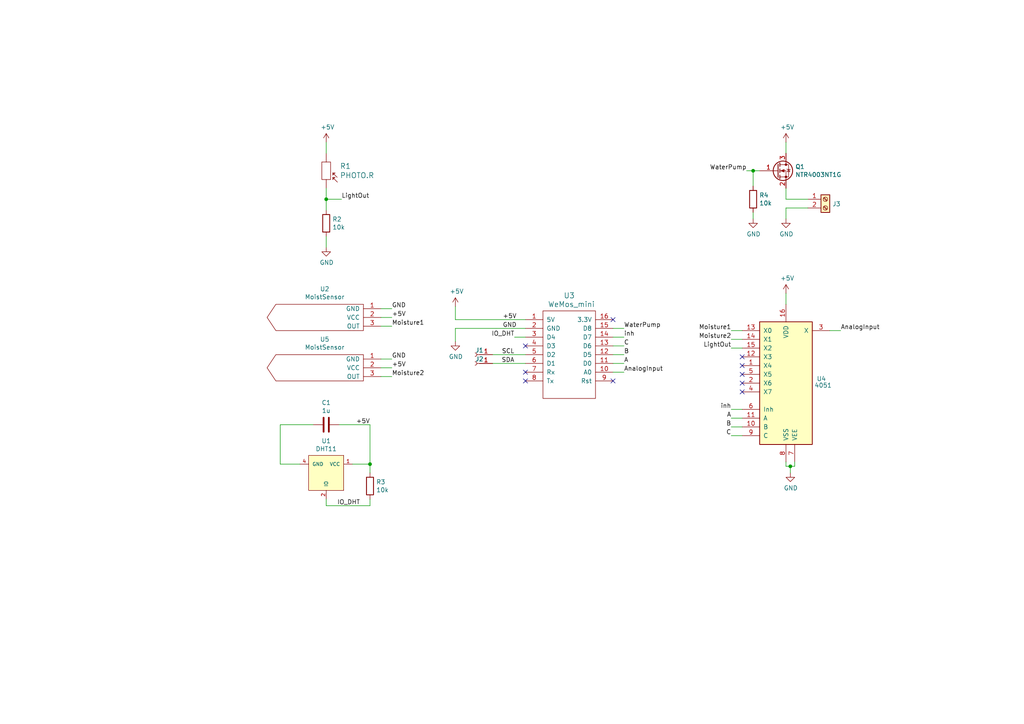
<source format=kicad_sch>
(kicad_sch (version 20211123) (generator eeschema)

  (uuid 56246290-ad54-40f4-9e0a-a930de60fcf9)

  (paper "A4")

  (title_block
    (title "Garden Wemos")
    (date "2019-05-19")
    (rev "1.0")
    (company "ThePurpleCompagny")
  )

  (lib_symbols
    (symbol "gardenWemos-rescue:+5V-power" (power) (pin_names (offset 0)) (in_bom yes) (on_board yes)
      (property "Reference" "#PWR" (id 0) (at 0 -3.81 0)
        (effects (font (size 1.27 1.27)) hide)
      )
      (property "Value" "+5V-power" (id 1) (at 0 3.556 0)
        (effects (font (size 1.27 1.27)))
      )
      (property "Footprint" "" (id 2) (at 0 0 0)
        (effects (font (size 1.27 1.27)) hide)
      )
      (property "Datasheet" "" (id 3) (at 0 0 0)
        (effects (font (size 1.27 1.27)) hide)
      )
      (symbol "+5V-power_0_1"
        (polyline
          (pts
            (xy -0.762 1.27)
            (xy 0 2.54)
          )
          (stroke (width 0) (type default) (color 0 0 0 0))
          (fill (type none))
        )
        (polyline
          (pts
            (xy 0 0)
            (xy 0 2.54)
          )
          (stroke (width 0) (type default) (color 0 0 0 0))
          (fill (type none))
        )
        (polyline
          (pts
            (xy 0 2.54)
            (xy 0.762 1.27)
          )
          (stroke (width 0) (type default) (color 0 0 0 0))
          (fill (type none))
        )
      )
      (symbol "+5V-power_1_1"
        (pin power_in line (at 0 0 90) (length 0) hide
          (name "+5V" (effects (font (size 1.27 1.27))))
          (number "1" (effects (font (size 1.27 1.27))))
        )
      )
    )
    (symbol "gardenWemos-rescue:4051-4xxx" (pin_names (offset 1.016)) (in_bom yes) (on_board yes)
      (property "Reference" "U" (id 0) (at -7.62 19.05 0)
        (effects (font (size 1.27 1.27)))
      )
      (property "Value" "4051-4xxx" (id 1) (at -7.62 -19.05 0)
        (effects (font (size 1.27 1.27)))
      )
      (property "Footprint" "" (id 2) (at 0 0 0)
        (effects (font (size 1.27 1.27)) hide)
      )
      (property "Datasheet" "" (id 3) (at 0 0 0)
        (effects (font (size 1.27 1.27)) hide)
      )
      (property "ki_locked" "" (id 4) (at 0 0 0)
        (effects (font (size 1.27 1.27)))
      )
      (property "ki_fp_filters" "DIP?16*" (id 5) (at 0 0 0)
        (effects (font (size 1.27 1.27)) hide)
      )
      (symbol "4051-4xxx_1_0"
        (pin passive line (at -12.7 5.08 0) (length 5.08)
          (name "X4" (effects (font (size 1.27 1.27))))
          (number "1" (effects (font (size 1.27 1.27))))
        )
        (pin input line (at -12.7 -12.7 0) (length 5.08)
          (name "B" (effects (font (size 1.27 1.27))))
          (number "10" (effects (font (size 1.27 1.27))))
        )
        (pin input line (at -12.7 -10.16 0) (length 5.08)
          (name "A" (effects (font (size 1.27 1.27))))
          (number "11" (effects (font (size 1.27 1.27))))
        )
        (pin passive line (at -12.7 7.62 0) (length 5.08)
          (name "X3" (effects (font (size 1.27 1.27))))
          (number "12" (effects (font (size 1.27 1.27))))
        )
        (pin passive line (at -12.7 15.24 0) (length 5.08)
          (name "X0" (effects (font (size 1.27 1.27))))
          (number "13" (effects (font (size 1.27 1.27))))
        )
        (pin passive line (at -12.7 12.7 0) (length 5.08)
          (name "X1" (effects (font (size 1.27 1.27))))
          (number "14" (effects (font (size 1.27 1.27))))
        )
        (pin passive line (at -12.7 10.16 0) (length 5.08)
          (name "X2" (effects (font (size 1.27 1.27))))
          (number "15" (effects (font (size 1.27 1.27))))
        )
        (pin power_in line (at 0 22.86 270) (length 5.08)
          (name "VDD" (effects (font (size 1.27 1.27))))
          (number "16" (effects (font (size 1.27 1.27))))
        )
        (pin passive line (at -12.7 0 0) (length 5.08)
          (name "X6" (effects (font (size 1.27 1.27))))
          (number "2" (effects (font (size 1.27 1.27))))
        )
        (pin passive line (at 12.7 15.24 180) (length 5.08)
          (name "X" (effects (font (size 1.27 1.27))))
          (number "3" (effects (font (size 1.27 1.27))))
        )
        (pin passive line (at -12.7 -2.54 0) (length 5.08)
          (name "X7" (effects (font (size 1.27 1.27))))
          (number "4" (effects (font (size 1.27 1.27))))
        )
        (pin passive line (at -12.7 2.54 0) (length 5.08)
          (name "X5" (effects (font (size 1.27 1.27))))
          (number "5" (effects (font (size 1.27 1.27))))
        )
        (pin input line (at -12.7 -7.62 0) (length 5.08)
          (name "Inh" (effects (font (size 1.27 1.27))))
          (number "6" (effects (font (size 1.27 1.27))))
        )
        (pin power_in line (at 2.54 -22.86 90) (length 5.08)
          (name "VEE" (effects (font (size 1.27 1.27))))
          (number "7" (effects (font (size 1.27 1.27))))
        )
        (pin power_in line (at 0 -22.86 90) (length 5.08)
          (name "VSS" (effects (font (size 1.27 1.27))))
          (number "8" (effects (font (size 1.27 1.27))))
        )
        (pin input line (at -12.7 -15.24 0) (length 5.08)
          (name "C" (effects (font (size 1.27 1.27))))
          (number "9" (effects (font (size 1.27 1.27))))
        )
      )
      (symbol "4051-4xxx_1_1"
        (rectangle (start -7.62 17.78) (end 7.62 -17.78)
          (stroke (width 0.254) (type default) (color 0 0 0 0))
          (fill (type background))
        )
      )
    )
    (symbol "gardenWemos-rescue:C-device" (pin_numbers hide) (pin_names (offset 0.254)) (in_bom yes) (on_board yes)
      (property "Reference" "C" (id 0) (at 0.635 2.54 0)
        (effects (font (size 1.27 1.27)) (justify left))
      )
      (property "Value" "C-device" (id 1) (at 0.635 -2.54 0)
        (effects (font (size 1.27 1.27)) (justify left))
      )
      (property "Footprint" "" (id 2) (at 0.9652 -3.81 0)
        (effects (font (size 1.27 1.27)) hide)
      )
      (property "Datasheet" "" (id 3) (at 0 0 0)
        (effects (font (size 1.27 1.27)) hide)
      )
      (property "ki_fp_filters" "C_*" (id 4) (at 0 0 0)
        (effects (font (size 1.27 1.27)) hide)
      )
      (symbol "C-device_0_1"
        (polyline
          (pts
            (xy -2.032 -0.762)
            (xy 2.032 -0.762)
          )
          (stroke (width 0.508) (type default) (color 0 0 0 0))
          (fill (type none))
        )
        (polyline
          (pts
            (xy -2.032 0.762)
            (xy 2.032 0.762)
          )
          (stroke (width 0.508) (type default) (color 0 0 0 0))
          (fill (type none))
        )
      )
      (symbol "C-device_1_1"
        (pin passive line (at 0 3.81 270) (length 2.794)
          (name "~" (effects (font (size 1.27 1.27))))
          (number "1" (effects (font (size 1.27 1.27))))
        )
        (pin passive line (at 0 -3.81 90) (length 2.794)
          (name "~" (effects (font (size 1.27 1.27))))
          (number "2" (effects (font (size 1.27 1.27))))
        )
      )
    )
    (symbol "gardenWemos-rescue:Conn_01x01_Female-Connector" (pin_names (offset 1.016) hide) (in_bom yes) (on_board yes)
      (property "Reference" "J" (id 0) (at 0 2.54 0)
        (effects (font (size 1.27 1.27)))
      )
      (property "Value" "Conn_01x01_Female-Connector" (id 1) (at 0 -2.54 0)
        (effects (font (size 1.27 1.27)))
      )
      (property "Footprint" "" (id 2) (at 0 0 0)
        (effects (font (size 1.27 1.27)) hide)
      )
      (property "Datasheet" "" (id 3) (at 0 0 0)
        (effects (font (size 1.27 1.27)) hide)
      )
      (property "ki_fp_filters" "Connector*:*_??x*mm* Connector*:*1x??x*mm* Socket?Strip?Straight?1X* Socket?Strip?Angled?1X*" (id 4) (at 0 0 0)
        (effects (font (size 1.27 1.27)) hide)
      )
      (symbol "Conn_01x01_Female-Connector_1_1"
        (polyline
          (pts
            (xy -1.27 0)
            (xy -0.508 0)
          )
          (stroke (width 0.1524) (type default) (color 0 0 0 0))
          (fill (type none))
        )
        (arc (start 0 0.508) (mid -0.508 0) (end 0 -0.508)
          (stroke (width 0.1524) (type default) (color 0 0 0 0))
          (fill (type none))
        )
        (pin passive line (at -5.08 0 0) (length 3.81)
          (name "Pin_1" (effects (font (size 1.27 1.27))))
          (number "1" (effects (font (size 1.27 1.27))))
        )
      )
    )
    (symbol "gardenWemos-rescue:DHT11-sensors" (pin_names (offset 1.016)) (in_bom yes) (on_board yes)
      (property "Reference" "U" (id 0) (at 3.81 6.35 0)
        (effects (font (size 1.27 1.27)))
      )
      (property "Value" "DHT11-sensors" (id 1) (at 2.54 -6.35 0)
        (effects (font (size 1.27 1.27)))
      )
      (property "Footprint" "" (id 2) (at 3.81 6.35 0)
        (effects (font (size 1.27 1.27)) hide)
      )
      (property "Datasheet" "" (id 3) (at 3.81 6.35 0)
        (effects (font (size 1.27 1.27)) hide)
      )
      (symbol "DHT11-sensors_0_1"
        (rectangle (start -5.08 5.08) (end 5.08 -5.08)
          (stroke (width 0) (type default) (color 0 0 0 0))
          (fill (type background))
        )
      )
      (symbol "DHT11-sensors_1_1"
        (pin input line (at -2.54 7.62 270) (length 2.54)
          (name "VCC" (effects (font (size 1.016 1.016))))
          (number "1" (effects (font (size 1.016 1.016))))
        )
        (pin bidirectional line (at 7.62 0 180) (length 2.54)
          (name "IO" (effects (font (size 1.016 1.016))))
          (number "2" (effects (font (size 1.016 1.016))))
        )
        (pin power_in line (at -2.54 -7.62 90) (length 2.54)
          (name "GND" (effects (font (size 1.016 1.016))))
          (number "4" (effects (font (size 1.016 1.016))))
        )
      )
    )
    (symbol "gardenWemos-rescue:GND-power" (power) (pin_names (offset 0)) (in_bom yes) (on_board yes)
      (property "Reference" "#PWR" (id 0) (at 0 -6.35 0)
        (effects (font (size 1.27 1.27)) hide)
      )
      (property "Value" "GND-power" (id 1) (at 0 -3.81 0)
        (effects (font (size 1.27 1.27)))
      )
      (property "Footprint" "" (id 2) (at 0 0 0)
        (effects (font (size 1.27 1.27)) hide)
      )
      (property "Datasheet" "" (id 3) (at 0 0 0)
        (effects (font (size 1.27 1.27)) hide)
      )
      (symbol "GND-power_0_1"
        (polyline
          (pts
            (xy 0 0)
            (xy 0 -1.27)
            (xy 1.27 -1.27)
            (xy 0 -2.54)
            (xy -1.27 -1.27)
            (xy 0 -1.27)
          )
          (stroke (width 0) (type default) (color 0 0 0 0))
          (fill (type none))
        )
      )
      (symbol "GND-power_1_1"
        (pin power_in line (at 0 0 270) (length 0) hide
          (name "GND" (effects (font (size 1.27 1.27))))
          (number "1" (effects (font (size 1.27 1.27))))
        )
      )
    )
    (symbol "gardenWemos-rescue:MoistSensor-My_symbols" (pin_names (offset 1.016)) (in_bom yes) (on_board yes)
      (property "Reference" "U" (id 0) (at -8.89 1.27 0)
        (effects (font (size 1.27 1.27)))
      )
      (property "Value" "MoistSensor-My_symbols" (id 1) (at -8.89 3.81 0)
        (effects (font (size 1.27 1.27)))
      )
      (property "Footprint" "" (id 2) (at 0 0 0)
        (effects (font (size 1.27 1.27)) hide)
      )
      (property "Datasheet" "" (id 3) (at 0 0 0)
        (effects (font (size 1.27 1.27)) hide)
      )
      (symbol "MoistSensor-My_symbols_0_1"
        (polyline
          (pts
            (xy 0 -1.27)
            (xy 0 -8.89)
            (xy -25.4 -8.89)
            (xy -27.94 -5.08)
            (xy -25.4 -1.27)
            (xy 0 -1.27)
          )
          (stroke (width 0) (type default) (color 0 0 0 0))
          (fill (type none))
        )
      )
      (symbol "MoistSensor-My_symbols_1_1"
        (pin passive line (at 5.08 -2.54 180) (length 5.08)
          (name "GND" (effects (font (size 1.27 1.27))))
          (number "1" (effects (font (size 1.27 1.27))))
        )
        (pin passive line (at 5.08 -5.08 180) (length 5.08)
          (name "VCC" (effects (font (size 1.27 1.27))))
          (number "2" (effects (font (size 1.27 1.27))))
        )
        (pin passive line (at 5.08 -7.62 180) (length 5.08)
          (name "OUT" (effects (font (size 1.27 1.27))))
          (number "3" (effects (font (size 1.27 1.27))))
        )
      )
    )
    (symbol "gardenWemos-rescue:PHOTO.R-SYMBOLES_LIB" (pin_numbers hide) (pin_names (offset 1.016) hide) (in_bom yes) (on_board yes)
      (property "Reference" "R" (id 0) (at 3.81 -3.81 0)
        (effects (font (size 1.524 1.524)))
      )
      (property "Value" "PHOTO.R-SYMBOLES_LIB" (id 1) (at 0 5.08 0)
        (effects (font (size 1.524 1.524)))
      )
      (property "Footprint" "" (id 2) (at 0 0 90)
        (effects (font (size 1.524 1.524)) hide)
      )
      (property "Datasheet" "" (id 3) (at 0 0 90)
        (effects (font (size 1.524 1.524)) hide)
      )
      (symbol "PHOTO.R-SYMBOLES_LIB_0_1"
        (rectangle (start -2.54 1.27) (end 2.54 -1.27)
          (stroke (width 0) (type default) (color 0 0 0 0))
          (fill (type none))
        )
        (polyline
          (pts
            (xy 0.635 1.905)
            (xy 0.635 2.54)
            (xy 0.635 2.54)
          )
          (stroke (width 0) (type default) (color 0 0 0 0))
          (fill (type none))
        )
        (polyline
          (pts
            (xy 1.905 1.905)
            (xy 1.905 2.54)
            (xy 1.905 2.54)
          )
          (stroke (width 0) (type default) (color 0 0 0 0))
          (fill (type none))
        )
        (polyline
          (pts
            (xy 1.905 1.905)
            (xy 2.54 1.905)
            (xy 2.54 1.905)
          )
          (stroke (width 0) (type default) (color 0 0 0 0))
          (fill (type none))
        )
        (polyline
          (pts
            (xy 1.905 2.54)
            (xy 2.54 1.905)
            (xy 2.54 1.905)
          )
          (stroke (width 0) (type default) (color 0 0 0 0))
          (fill (type none))
        )
        (polyline
          (pts
            (xy 1.905 3.175)
            (xy 0.635 1.905)
            (xy 0.635 1.905)
          )
          (stroke (width 0) (type default) (color 0 0 0 0))
          (fill (type none))
        )
        (polyline
          (pts
            (xy 2.032 1.9812)
            (xy 3.302 3.2512)
            (xy 3.302 3.2512)
          )
          (stroke (width 0) (type default) (color 0 0 0 0))
          (fill (type none))
        )
        (polyline
          (pts
            (xy 0.635 1.905)
            (xy 1.27 1.905)
            (xy 1.27 1.905)
            (xy 0.635 2.54)
            (xy 0.635 2.54)
          )
          (stroke (width 0) (type default) (color 0 0 0 0))
          (fill (type none))
        )
      )
      (symbol "PHOTO.R-SYMBOLES_LIB_1_1"
        (pin passive line (at -5.08 0 0) (length 2.54)
          (name "~" (effects (font (size 1.524 1.524))))
          (number "1" (effects (font (size 1.524 1.524))))
        )
        (pin passive line (at 5.08 0 180) (length 2.54)
          (name "~" (effects (font (size 1.524 1.524))))
          (number "2" (effects (font (size 1.524 1.524))))
        )
      )
    )
    (symbol "gardenWemos-rescue:Q_NMOS_GSD-device" (pin_names (offset 0) hide) (in_bom yes) (on_board yes)
      (property "Reference" "Q" (id 0) (at 5.08 1.27 0)
        (effects (font (size 1.27 1.27)) (justify left))
      )
      (property "Value" "Q_NMOS_GSD-device" (id 1) (at 5.08 -1.27 0)
        (effects (font (size 1.27 1.27)) (justify left))
      )
      (property "Footprint" "" (id 2) (at 5.08 2.54 0)
        (effects (font (size 1.27 1.27)) hide)
      )
      (property "Datasheet" "" (id 3) (at 0 0 0)
        (effects (font (size 1.27 1.27)) hide)
      )
      (symbol "Q_NMOS_GSD-device_0_1"
        (polyline
          (pts
            (xy 0.0508 0)
            (xy 0.254 0)
          )
          (stroke (width 0) (type default) (color 0 0 0 0))
          (fill (type none))
        )
        (polyline
          (pts
            (xy 0.762 -1.778)
            (xy 2.54 -1.778)
          )
          (stroke (width 0) (type default) (color 0 0 0 0))
          (fill (type none))
        )
        (polyline
          (pts
            (xy 0.762 -1.27)
            (xy 0.762 -2.286)
          )
          (stroke (width 0.254) (type default) (color 0 0 0 0))
          (fill (type none))
        )
        (polyline
          (pts
            (xy 0.762 0)
            (xy 2.54 0)
          )
          (stroke (width 0) (type default) (color 0 0 0 0))
          (fill (type none))
        )
        (polyline
          (pts
            (xy 0.762 0.508)
            (xy 0.762 -0.508)
          )
          (stroke (width 0.254) (type default) (color 0 0 0 0))
          (fill (type none))
        )
        (polyline
          (pts
            (xy 0.762 1.778)
            (xy 2.54 1.778)
          )
          (stroke (width 0) (type default) (color 0 0 0 0))
          (fill (type none))
        )
        (polyline
          (pts
            (xy 0.762 2.286)
            (xy 0.762 1.27)
          )
          (stroke (width 0.254) (type default) (color 0 0 0 0))
          (fill (type none))
        )
        (polyline
          (pts
            (xy 2.54 -1.778)
            (xy 2.54 -2.54)
          )
          (stroke (width 0) (type default) (color 0 0 0 0))
          (fill (type none))
        )
        (polyline
          (pts
            (xy 2.54 -1.778)
            (xy 2.54 0)
          )
          (stroke (width 0) (type default) (color 0 0 0 0))
          (fill (type none))
        )
        (polyline
          (pts
            (xy 2.54 2.54)
            (xy 2.54 1.778)
          )
          (stroke (width 0) (type default) (color 0 0 0 0))
          (fill (type none))
        )
        (polyline
          (pts
            (xy 0.254 1.905)
            (xy 0.254 -1.905)
            (xy 0.254 -1.905)
          )
          (stroke (width 0.254) (type default) (color 0 0 0 0))
          (fill (type none))
        )
        (polyline
          (pts
            (xy 1.016 0)
            (xy 2.032 0.381)
            (xy 2.032 -0.381)
            (xy 1.016 0)
          )
          (stroke (width 0) (type default) (color 0 0 0 0))
          (fill (type outline))
        )
        (polyline
          (pts
            (xy 2.54 -1.778)
            (xy 3.302 -1.778)
            (xy 3.302 1.778)
            (xy 2.54 1.778)
          )
          (stroke (width 0) (type default) (color 0 0 0 0))
          (fill (type none))
        )
        (polyline
          (pts
            (xy 2.794 0.508)
            (xy 2.921 0.381)
            (xy 3.683 0.381)
            (xy 3.81 0.254)
          )
          (stroke (width 0) (type default) (color 0 0 0 0))
          (fill (type none))
        )
        (polyline
          (pts
            (xy 3.302 0.381)
            (xy 2.921 -0.254)
            (xy 3.683 -0.254)
            (xy 3.302 0.381)
          )
          (stroke (width 0) (type default) (color 0 0 0 0))
          (fill (type none))
        )
        (circle (center 1.651 0) (radius 2.8194)
          (stroke (width 0.254) (type default) (color 0 0 0 0))
          (fill (type none))
        )
        (circle (center 2.54 -1.778) (radius 0.2794)
          (stroke (width 0) (type default) (color 0 0 0 0))
          (fill (type outline))
        )
        (circle (center 2.54 1.778) (radius 0.2794)
          (stroke (width 0) (type default) (color 0 0 0 0))
          (fill (type outline))
        )
      )
      (symbol "Q_NMOS_GSD-device_1_1"
        (pin input line (at -5.08 0 0) (length 5.08)
          (name "G" (effects (font (size 1.27 1.27))))
          (number "1" (effects (font (size 1.27 1.27))))
        )
        (pin passive line (at 2.54 -5.08 90) (length 2.54)
          (name "S" (effects (font (size 1.27 1.27))))
          (number "2" (effects (font (size 1.27 1.27))))
        )
        (pin passive line (at 2.54 5.08 270) (length 2.54)
          (name "D" (effects (font (size 1.27 1.27))))
          (number "3" (effects (font (size 1.27 1.27))))
        )
      )
    )
    (symbol "gardenWemos-rescue:R-device" (pin_numbers hide) (pin_names (offset 0)) (in_bom yes) (on_board yes)
      (property "Reference" "R" (id 0) (at 2.032 0 90)
        (effects (font (size 1.27 1.27)))
      )
      (property "Value" "R-device" (id 1) (at 0 0 90)
        (effects (font (size 1.27 1.27)))
      )
      (property "Footprint" "" (id 2) (at -1.778 0 90)
        (effects (font (size 1.27 1.27)) hide)
      )
      (property "Datasheet" "" (id 3) (at 0 0 0)
        (effects (font (size 1.27 1.27)) hide)
      )
      (property "ki_fp_filters" "R_* R_*" (id 4) (at 0 0 0)
        (effects (font (size 1.27 1.27)) hide)
      )
      (symbol "R-device_0_1"
        (rectangle (start -1.016 -2.54) (end 1.016 2.54)
          (stroke (width 0.254) (type default) (color 0 0 0 0))
          (fill (type none))
        )
      )
      (symbol "R-device_1_1"
        (pin passive line (at 0 3.81 270) (length 1.27)
          (name "~" (effects (font (size 1.27 1.27))))
          (number "1" (effects (font (size 1.27 1.27))))
        )
        (pin passive line (at 0 -3.81 90) (length 1.27)
          (name "~" (effects (font (size 1.27 1.27))))
          (number "2" (effects (font (size 1.27 1.27))))
        )
      )
    )
    (symbol "gardenWemos-rescue:Screw_Terminal_01x02-Connector" (pin_names (offset 1.016) hide) (in_bom yes) (on_board yes)
      (property "Reference" "J" (id 0) (at 0 2.54 0)
        (effects (font (size 1.27 1.27)))
      )
      (property "Value" "Screw_Terminal_01x02-Connector" (id 1) (at 0 -5.08 0)
        (effects (font (size 1.27 1.27)))
      )
      (property "Footprint" "" (id 2) (at 0 0 0)
        (effects (font (size 1.27 1.27)) hide)
      )
      (property "Datasheet" "" (id 3) (at 0 0 0)
        (effects (font (size 1.27 1.27)) hide)
      )
      (property "ki_fp_filters" "Connector*Terminal*Block*:* TerminalBlock*" (id 4) (at 0 0 0)
        (effects (font (size 1.27 1.27)) hide)
      )
      (symbol "Screw_Terminal_01x02-Connector_1_1"
        (rectangle (start -1.27 1.27) (end 1.27 -3.81)
          (stroke (width 0.254) (type default) (color 0 0 0 0))
          (fill (type background))
        )
        (circle (center 0 -2.54) (radius 0.635)
          (stroke (width 0.1524) (type default) (color 0 0 0 0))
          (fill (type none))
        )
        (polyline
          (pts
            (xy -0.5334 -2.2098)
            (xy 0.3302 -3.048)
          )
          (stroke (width 0.1524) (type default) (color 0 0 0 0))
          (fill (type none))
        )
        (polyline
          (pts
            (xy -0.5334 0.3302)
            (xy 0.3302 -0.508)
          )
          (stroke (width 0.1524) (type default) (color 0 0 0 0))
          (fill (type none))
        )
        (polyline
          (pts
            (xy -0.3556 -2.032)
            (xy 0.508 -2.8702)
          )
          (stroke (width 0.1524) (type default) (color 0 0 0 0))
          (fill (type none))
        )
        (polyline
          (pts
            (xy -0.3556 0.508)
            (xy 0.508 -0.3302)
          )
          (stroke (width 0.1524) (type default) (color 0 0 0 0))
          (fill (type none))
        )
        (circle (center 0 0) (radius 0.635)
          (stroke (width 0.1524) (type default) (color 0 0 0 0))
          (fill (type none))
        )
        (pin passive line (at -5.08 0 0) (length 3.81)
          (name "Pin_1" (effects (font (size 1.27 1.27))))
          (number "1" (effects (font (size 1.27 1.27))))
        )
        (pin passive line (at -5.08 -2.54 0) (length 3.81)
          (name "Pin_2" (effects (font (size 1.27 1.27))))
          (number "2" (effects (font (size 1.27 1.27))))
        )
      )
    )
    (symbol "gardenWemos-rescue:WeMos_mini-wemos_mini" (pin_names (offset 1.016)) (in_bom yes) (on_board yes)
      (property "Reference" "U" (id 0) (at 0 12.7 0)
        (effects (font (size 1.524 1.524)))
      )
      (property "Value" "WeMos_mini-wemos_mini" (id 1) (at 0 -12.7 0)
        (effects (font (size 1.524 1.524)))
      )
      (property "Footprint" "" (id 2) (at 13.97 -17.78 0)
        (effects (font (size 1.524 1.524)))
      )
      (property "Datasheet" "" (id 3) (at 13.97 -17.78 0)
        (effects (font (size 1.524 1.524)))
      )
      (symbol "WeMos_mini-wemos_mini_0_1"
        (rectangle (start -7.62 11.43) (end 7.62 -13.97)
          (stroke (width 0) (type default) (color 0 0 0 0))
          (fill (type none))
        )
      )
      (symbol "WeMos_mini-wemos_mini_1_1"
        (pin power_in line (at -12.7 8.89 0) (length 5.08)
          (name "5V" (effects (font (size 1.27 1.27))))
          (number "1" (effects (font (size 1.27 1.27))))
        )
        (pin bidirectional line (at 12.7 -6.35 180) (length 5.08)
          (name "A0" (effects (font (size 1.27 1.27))))
          (number "10" (effects (font (size 1.27 1.27))))
        )
        (pin bidirectional line (at 12.7 -3.81 180) (length 5.08)
          (name "D0" (effects (font (size 1.27 1.27))))
          (number "11" (effects (font (size 1.27 1.27))))
        )
        (pin bidirectional line (at 12.7 -1.27 180) (length 5.08)
          (name "D5" (effects (font (size 1.27 1.27))))
          (number "12" (effects (font (size 1.27 1.27))))
        )
        (pin bidirectional line (at 12.7 1.27 180) (length 5.08)
          (name "D6" (effects (font (size 1.27 1.27))))
          (number "13" (effects (font (size 1.27 1.27))))
        )
        (pin bidirectional line (at 12.7 3.81 180) (length 5.08)
          (name "D7" (effects (font (size 1.27 1.27))))
          (number "14" (effects (font (size 1.27 1.27))))
        )
        (pin bidirectional line (at 12.7 6.35 180) (length 5.08)
          (name "D8" (effects (font (size 1.27 1.27))))
          (number "15" (effects (font (size 1.27 1.27))))
        )
        (pin power_out line (at 12.7 8.89 180) (length 5.08)
          (name "3.3V" (effects (font (size 1.27 1.27))))
          (number "16" (effects (font (size 1.27 1.27))))
        )
        (pin power_in line (at -12.7 6.35 0) (length 5.08)
          (name "GND" (effects (font (size 1.27 1.27))))
          (number "2" (effects (font (size 1.27 1.27))))
        )
        (pin bidirectional line (at -12.7 3.81 0) (length 5.08)
          (name "D4" (effects (font (size 1.27 1.27))))
          (number "3" (effects (font (size 1.27 1.27))))
        )
        (pin bidirectional line (at -12.7 1.27 0) (length 5.08)
          (name "D3" (effects (font (size 1.27 1.27))))
          (number "4" (effects (font (size 1.27 1.27))))
        )
        (pin bidirectional line (at -12.7 -1.27 0) (length 5.08)
          (name "D2" (effects (font (size 1.27 1.27))))
          (number "5" (effects (font (size 1.27 1.27))))
        )
        (pin bidirectional line (at -12.7 -3.81 0) (length 5.08)
          (name "D1" (effects (font (size 1.27 1.27))))
          (number "6" (effects (font (size 1.27 1.27))))
        )
        (pin bidirectional line (at -12.7 -6.35 0) (length 5.08)
          (name "Rx" (effects (font (size 1.27 1.27))))
          (number "7" (effects (font (size 1.27 1.27))))
        )
        (pin bidirectional line (at -12.7 -8.89 0) (length 5.08)
          (name "Tx" (effects (font (size 1.27 1.27))))
          (number "8" (effects (font (size 1.27 1.27))))
        )
        (pin bidirectional line (at 12.7 -8.89 180) (length 5.08)
          (name "Rst" (effects (font (size 1.27 1.27))))
          (number "9" (effects (font (size 1.27 1.27))))
        )
      )
    )
  )

  (junction (at 218.44 49.53) (diameter 0) (color 0 0 0 0)
    (uuid 2e81dac3-5280-49d2-a866-3fbd0f310a2c)
  )
  (junction (at 229.235 135.255) (diameter 0) (color 0 0 0 0)
    (uuid 4d77a750-5e57-4337-901e-84d1ea97955a)
  )
  (junction (at 94.615 57.785) (diameter 0) (color 0 0 0 0)
    (uuid 7555c838-9abd-4487-8adb-b9609ea08998)
  )
  (junction (at 107.315 134.62) (diameter 0) (color 0 0 0 0)
    (uuid ef847a73-414b-493b-a181-fd7f95c1b482)
  )

  (no_connect (at 215.265 106.045) (uuid 08785ecd-671a-417a-a0d2-bc04b05a0a59))
  (no_connect (at 215.265 108.585) (uuid 28c1e9df-45df-4d91-8a61-40f5d8d21926))
  (no_connect (at 215.265 103.505) (uuid 4b15fa79-a69e-4109-b645-a691d25568ad))
  (no_connect (at 177.8 92.71) (uuid 5b83500d-51c9-4ae2-b873-6c391009f18f))
  (no_connect (at 177.8 110.49) (uuid 70de3f8b-0871-4b75-9efb-ff823a42f2c1))
  (no_connect (at 215.265 111.125) (uuid 747d00b5-adcf-4d79-a9a1-0fb484d631ef))
  (no_connect (at 152.4 110.49) (uuid a2a259a7-6f63-4d1f-b836-7157baf9c18b))
  (no_connect (at 152.4 100.33) (uuid ad52cceb-fbbb-4a0b-96a5-7eb138e4fd3d))
  (no_connect (at 152.4 107.95) (uuid e854cb8d-f0bd-4320-96f0-2c541e600e79))
  (no_connect (at 215.265 113.665) (uuid fd964011-8ffc-42a3-a51a-da1ed1af7155))

  (wire (pts (xy 229.235 135.255) (xy 229.235 137.16))
    (stroke (width 0) (type default) (color 0 0 0 0))
    (uuid 04e5026b-740b-4f18-8800-1216e32ff889)
  )
  (wire (pts (xy 227.965 88.265) (xy 227.965 85.09))
    (stroke (width 0) (type default) (color 0 0 0 0))
    (uuid 079f09d3-199b-4f75-bfea-e61dfb46f21c)
  )
  (wire (pts (xy 216.535 49.53) (xy 218.44 49.53))
    (stroke (width 0) (type default) (color 0 0 0 0))
    (uuid 09243314-8fb6-4c21-85ce-2d63797ef530)
  )
  (wire (pts (xy 152.4 95.25) (xy 132.08 95.25))
    (stroke (width 0) (type default) (color 0 0 0 0))
    (uuid 11db5d8c-8203-420d-b2c3-d0927f01de3e)
  )
  (wire (pts (xy 152.4 97.79) (xy 149.225 97.79))
    (stroke (width 0) (type default) (color 0 0 0 0))
    (uuid 22a004e9-3c9f-4295-a684-186c92eff751)
  )
  (wire (pts (xy 215.265 118.745) (xy 212.09 118.745))
    (stroke (width 0) (type default) (color 0 0 0 0))
    (uuid 2d31356d-57da-433b-8061-d123ae8d109d)
  )
  (wire (pts (xy 180.975 102.87) (xy 177.8 102.87))
    (stroke (width 0) (type default) (color 0 0 0 0))
    (uuid 2d713cc7-e787-4c4d-886c-13e48fa991ca)
  )
  (wire (pts (xy 218.44 61.595) (xy 218.44 63.5))
    (stroke (width 0) (type default) (color 0 0 0 0))
    (uuid 33472e39-7b3c-4e0a-80ad-c9e30a643fd7)
  )
  (wire (pts (xy 90.805 123.19) (xy 81.28 123.19))
    (stroke (width 0) (type default) (color 0 0 0 0))
    (uuid 428e329c-47b0-4d5c-bae6-746a5bdf23d0)
  )
  (wire (pts (xy 212.09 98.425) (xy 215.265 98.425))
    (stroke (width 0) (type default) (color 0 0 0 0))
    (uuid 43b330f8-1453-44c5-b6bf-13ee8bf992b9)
  )
  (wire (pts (xy 94.615 68.58) (xy 94.615 71.755))
    (stroke (width 0) (type default) (color 0 0 0 0))
    (uuid 44b45d2d-45b2-4cd6-9bb2-c700f91642b1)
  )
  (wire (pts (xy 94.615 57.785) (xy 94.615 60.96))
    (stroke (width 0) (type default) (color 0 0 0 0))
    (uuid 4a70c592-cc77-4b88-82e8-3fd5b17e1c71)
  )
  (wire (pts (xy 94.615 57.785) (xy 99.06 57.785))
    (stroke (width 0) (type default) (color 0 0 0 0))
    (uuid 4b74b3fb-cf6e-4a7f-b8ba-f48febc5ca17)
  )
  (wire (pts (xy 81.28 134.62) (xy 86.995 134.62))
    (stroke (width 0) (type default) (color 0 0 0 0))
    (uuid 522daa3f-a040-4b76-9083-0273b113142b)
  )
  (wire (pts (xy 132.08 95.25) (xy 132.08 99.06))
    (stroke (width 0) (type default) (color 0 0 0 0))
    (uuid 532c187d-bbfd-49d0-bc1e-77fc28482201)
  )
  (wire (pts (xy 94.615 41.275) (xy 94.615 44.45))
    (stroke (width 0) (type default) (color 0 0 0 0))
    (uuid 53d42f04-222a-45bd-a4cc-eaac86cf7b89)
  )
  (wire (pts (xy 94.615 144.78) (xy 94.615 146.685))
    (stroke (width 0) (type default) (color 0 0 0 0))
    (uuid 556cc59c-faa1-45b3-a965-1e70365763ce)
  )
  (wire (pts (xy 102.235 134.62) (xy 107.315 134.62))
    (stroke (width 0) (type default) (color 0 0 0 0))
    (uuid 5a9abb9e-6844-4924-9eb7-2ce24eb4e7b9)
  )
  (wire (pts (xy 227.965 133.985) (xy 227.965 135.255))
    (stroke (width 0) (type default) (color 0 0 0 0))
    (uuid 6077ec67-2269-484f-9080-c31ad6cb4b7f)
  )
  (wire (pts (xy 107.315 134.62) (xy 107.315 137.16))
    (stroke (width 0) (type default) (color 0 0 0 0))
    (uuid 6294e6c4-c209-40c0-9cfd-787fb607b319)
  )
  (wire (pts (xy 94.615 146.685) (xy 107.315 146.685))
    (stroke (width 0) (type default) (color 0 0 0 0))
    (uuid 6e8f4266-2f87-4ec6-85fa-7144dc6be8eb)
  )
  (wire (pts (xy 94.615 54.61) (xy 94.615 57.785))
    (stroke (width 0) (type default) (color 0 0 0 0))
    (uuid 6f915d76-8ac3-4ae0-95c8-d77fe3a35997)
  )
  (wire (pts (xy 110.49 104.14) (xy 113.665 104.14))
    (stroke (width 0) (type default) (color 0 0 0 0))
    (uuid 74afa1bd-7691-431a-bbe2-23ecc4c603c4)
  )
  (wire (pts (xy 230.505 133.985) (xy 230.505 135.255))
    (stroke (width 0) (type default) (color 0 0 0 0))
    (uuid 79e1676e-0650-449b-aa30-8987a0c5ff6a)
  )
  (wire (pts (xy 110.49 89.535) (xy 113.665 89.535))
    (stroke (width 0) (type default) (color 0 0 0 0))
    (uuid 79e847da-441c-4502-839e-33d3ec0aa515)
  )
  (wire (pts (xy 107.315 123.19) (xy 107.315 134.62))
    (stroke (width 0) (type default) (color 0 0 0 0))
    (uuid 7a8cc317-9cee-48e5-9928-ee5dca0183a1)
  )
  (wire (pts (xy 177.8 97.79) (xy 180.975 97.79))
    (stroke (width 0) (type default) (color 0 0 0 0))
    (uuid 7e8fbc22-1e46-4513-a9a1-86e3fa58ee05)
  )
  (wire (pts (xy 215.265 126.365) (xy 212.09 126.365))
    (stroke (width 0) (type default) (color 0 0 0 0))
    (uuid 7ef428d4-e4fb-4d73-84c4-969044e28a64)
  )
  (wire (pts (xy 132.08 92.71) (xy 132.08 88.9))
    (stroke (width 0) (type default) (color 0 0 0 0))
    (uuid 8656dfd8-000f-4993-8670-740c6997cc97)
  )
  (wire (pts (xy 215.265 123.825) (xy 212.09 123.825))
    (stroke (width 0) (type default) (color 0 0 0 0))
    (uuid 8d065fdc-ee1a-4594-98e2-28e4071310d6)
  )
  (wire (pts (xy 177.8 95.25) (xy 180.975 95.25))
    (stroke (width 0) (type default) (color 0 0 0 0))
    (uuid 9a3b992b-fa41-4f04-b4b1-220bc50f325f)
  )
  (wire (pts (xy 152.4 102.87) (xy 142.875 102.87))
    (stroke (width 0) (type default) (color 0 0 0 0))
    (uuid 9f149ae1-dbee-401e-89e5-edf07fd704bd)
  )
  (wire (pts (xy 215.265 100.965) (xy 212.09 100.965))
    (stroke (width 0) (type default) (color 0 0 0 0))
    (uuid 9f933443-5587-4175-adfd-d5d6c7a1fa8f)
  )
  (wire (pts (xy 227.965 54.61) (xy 227.965 57.785))
    (stroke (width 0) (type default) (color 0 0 0 0))
    (uuid b13e5b13-8b98-4e6a-b5ff-4dd7d2eae576)
  )
  (wire (pts (xy 177.8 107.95) (xy 180.975 107.95))
    (stroke (width 0) (type default) (color 0 0 0 0))
    (uuid b1ac5da8-b5fa-4f11-80bb-d6f7416d50e9)
  )
  (wire (pts (xy 107.315 146.685) (xy 107.315 144.78))
    (stroke (width 0) (type default) (color 0 0 0 0))
    (uuid b1d8a4f9-3738-4034-97e6-773d83400f39)
  )
  (wire (pts (xy 152.4 105.41) (xy 142.875 105.41))
    (stroke (width 0) (type default) (color 0 0 0 0))
    (uuid b2240a12-58e8-458e-854f-85f6cd4d7bc5)
  )
  (wire (pts (xy 110.49 109.22) (xy 113.665 109.22))
    (stroke (width 0) (type default) (color 0 0 0 0))
    (uuid b37c5894-7f56-4b82-a568-3231a7a8a4a4)
  )
  (wire (pts (xy 218.44 53.975) (xy 218.44 49.53))
    (stroke (width 0) (type default) (color 0 0 0 0))
    (uuid b3c4e715-bd55-4d67-b7d7-86d67eb3572d)
  )
  (wire (pts (xy 240.665 95.885) (xy 243.84 95.885))
    (stroke (width 0) (type default) (color 0 0 0 0))
    (uuid b4460c68-9669-4517-8c92-9797c49bfe3f)
  )
  (wire (pts (xy 230.505 135.255) (xy 229.235 135.255))
    (stroke (width 0) (type default) (color 0 0 0 0))
    (uuid b7529d9a-8a34-4261-a829-6427d1588abc)
  )
  (wire (pts (xy 215.265 95.885) (xy 212.09 95.885))
    (stroke (width 0) (type default) (color 0 0 0 0))
    (uuid b760a49c-32cb-4011-a466-671e95088212)
  )
  (wire (pts (xy 227.965 60.325) (xy 227.965 63.5))
    (stroke (width 0) (type default) (color 0 0 0 0))
    (uuid b912635f-0627-4f9f-8d99-d13b423402a4)
  )
  (wire (pts (xy 98.425 123.19) (xy 107.315 123.19))
    (stroke (width 0) (type default) (color 0 0 0 0))
    (uuid bb758a7c-a2d3-42ac-a0fe-ef00ac6a8023)
  )
  (wire (pts (xy 234.315 60.325) (xy 227.965 60.325))
    (stroke (width 0) (type default) (color 0 0 0 0))
    (uuid bb8e410d-4172-4950-af23-f95f4c25a4db)
  )
  (wire (pts (xy 227.965 41.275) (xy 227.965 44.45))
    (stroke (width 0) (type default) (color 0 0 0 0))
    (uuid beb59032-e437-4ddc-b8be-e9ff6d4a99ec)
  )
  (wire (pts (xy 227.965 135.255) (xy 229.235 135.255))
    (stroke (width 0) (type default) (color 0 0 0 0))
    (uuid c717e6ad-a08a-4cf7-bb98-ff55009c5429)
  )
  (wire (pts (xy 110.49 94.615) (xy 113.665 94.615))
    (stroke (width 0) (type default) (color 0 0 0 0))
    (uuid c78dd9ba-94ed-4528-93d4-bc09d9d847ff)
  )
  (wire (pts (xy 177.8 105.41) (xy 180.975 105.41))
    (stroke (width 0) (type default) (color 0 0 0 0))
    (uuid d0e73fe6-cb10-43bf-b06c-c684c17e0861)
  )
  (wire (pts (xy 132.08 92.71) (xy 152.4 92.71))
    (stroke (width 0) (type default) (color 0 0 0 0))
    (uuid d104af07-fa2b-43a0-90f2-12bdce623b05)
  )
  (wire (pts (xy 110.49 106.68) (xy 113.665 106.68))
    (stroke (width 0) (type default) (color 0 0 0 0))
    (uuid d25bf982-814d-4faa-a523-070d97bc8b7a)
  )
  (wire (pts (xy 212.09 121.285) (xy 215.265 121.285))
    (stroke (width 0) (type default) (color 0 0 0 0))
    (uuid ea89279d-f774-4166-a0f4-6e163fb947da)
  )
  (wire (pts (xy 110.49 92.075) (xy 113.665 92.075))
    (stroke (width 0) (type default) (color 0 0 0 0))
    (uuid eb0605cc-f72a-48f8-83ec-798decc3d8ed)
  )
  (wire (pts (xy 177.8 100.33) (xy 180.975 100.33))
    (stroke (width 0) (type default) (color 0 0 0 0))
    (uuid f1e60cfb-7d94-404e-a24c-c3e21f737447)
  )
  (wire (pts (xy 81.28 123.19) (xy 81.28 134.62))
    (stroke (width 0) (type default) (color 0 0 0 0))
    (uuid f4f532de-b3d6-49b3-8415-0462136b8193)
  )
  (wire (pts (xy 227.965 57.785) (xy 234.315 57.785))
    (stroke (width 0) (type default) (color 0 0 0 0))
    (uuid fbc1ae7b-ba97-4c46-8b7d-4917c1defc30)
  )
  (wire (pts (xy 218.44 49.53) (xy 220.345 49.53))
    (stroke (width 0) (type default) (color 0 0 0 0))
    (uuid fd0fe224-da6c-4501-ac08-9aa9503ee064)
  )

  (label "GND" (at 113.665 104.14 0)
    (effects (font (size 1.27 1.27)) (justify left bottom))
    (uuid 005775fa-837d-482e-81b4-0c2e822259c6)
  )
  (label "LightOut" (at 212.09 100.965 180)
    (effects (font (size 1.27 1.27)) (justify right bottom))
    (uuid 05a2f01f-ecc2-4978-bdda-0c1d3849f8cf)
  )
  (label "IO_DHT" (at 97.79 146.685 0)
    (effects (font (size 1.27 1.27)) (justify left bottom))
    (uuid 09376de7-f4be-4993-808c-3b51fb1437d3)
  )
  (label "+5V" (at 113.665 92.075 0)
    (effects (font (size 1.27 1.27)) (justify left bottom))
    (uuid 0e58aa5c-e3e3-45ce-af3b-6d857fe5450c)
  )
  (label "SCL" (at 149.225 102.87 180)
    (effects (font (size 1.27 1.27)) (justify right bottom))
    (uuid 1781c785-d93e-468d-9abb-699cb0c790b4)
  )
  (label "inh" (at 212.09 118.745 180)
    (effects (font (size 1.27 1.27)) (justify right bottom))
    (uuid 2712a50c-0184-44a6-9ef7-eacf0a116fd5)
  )
  (label "WaterPump" (at 216.535 49.53 180)
    (effects (font (size 1.27 1.27)) (justify right bottom))
    (uuid 2995b009-7e32-41f9-8e4b-6931ec80d6b7)
  )
  (label "+5V" (at 113.665 106.68 0)
    (effects (font (size 1.27 1.27)) (justify left bottom))
    (uuid 385d64c2-aaa2-4fcd-b282-4d35bdafd301)
  )
  (label "inh" (at 180.975 97.79 0)
    (effects (font (size 1.27 1.27)) (justify left bottom))
    (uuid 4c06d25f-f289-4c1a-9284-67e0599395e2)
  )
  (label "Moisture2" (at 113.665 109.22 0)
    (effects (font (size 1.27 1.27)) (justify left bottom))
    (uuid 50207edb-18b2-484b-bfe5-d6016d2a30d3)
  )
  (label "Moisture1" (at 113.665 94.615 0)
    (effects (font (size 1.27 1.27)) (justify left bottom))
    (uuid 50239e8a-044e-45f2-b2db-73864481b229)
  )
  (label "WaterPump" (at 180.975 95.25 0)
    (effects (font (size 1.27 1.27)) (justify left bottom))
    (uuid 50494bc3-23c2-4bf4-88c1-bb6f3872f5b5)
  )
  (label "GND" (at 149.86 95.25 180)
    (effects (font (size 1.27 1.27)) (justify right bottom))
    (uuid 530debc9-233d-4af3-a4f0-84af360f3bad)
  )
  (label "B" (at 180.975 102.87 0)
    (effects (font (size 1.27 1.27)) (justify left bottom))
    (uuid 699abf86-d721-4619-bc27-da51af57c498)
  )
  (label "LightOut" (at 99.06 57.785 0)
    (effects (font (size 1.27 1.27)) (justify left bottom))
    (uuid 721d95fe-ed90-48e6-b814-5827d2630f78)
  )
  (label "+5V" (at 149.86 92.71 180)
    (effects (font (size 1.27 1.27)) (justify right bottom))
    (uuid 77443530-bec0-4dfc-ae16-db16d9678d96)
  )
  (label "Moisture1" (at 212.09 95.885 180)
    (effects (font (size 1.27 1.27)) (justify right bottom))
    (uuid 87626216-3cf4-4d09-8b8e-96e98a21de23)
  )
  (label "C" (at 212.09 126.365 180)
    (effects (font (size 1.27 1.27)) (justify right bottom))
    (uuid 8bf3307b-74f3-48fd-9884-6072d47ca1a6)
  )
  (label "A" (at 180.975 105.41 0)
    (effects (font (size 1.27 1.27)) (justify left bottom))
    (uuid 8d877065-7ac7-4d94-a8cd-a7381e7f3ae9)
  )
  (label "SDA" (at 149.225 105.41 180)
    (effects (font (size 1.27 1.27)) (justify right bottom))
    (uuid 9d3b15f6-cbf0-4111-8973-4d42c19c2629)
  )
  (label "IO_DHT" (at 149.225 97.79 180)
    (effects (font (size 1.27 1.27)) (justify right bottom))
    (uuid a3e4430d-4600-458f-83c2-13f93209d07c)
  )
  (label "Moisture2" (at 212.09 98.425 180)
    (effects (font (size 1.27 1.27)) (justify right bottom))
    (uuid a3e459d3-eb97-4f4b-95bb-26e6aaf8211a)
  )
  (label "B" (at 212.09 123.825 180)
    (effects (font (size 1.27 1.27)) (justify right bottom))
    (uuid a8862605-ed8d-42f3-9036-6be95d19f5c3)
  )
  (label "GND" (at 113.665 89.535 0)
    (effects (font (size 1.27 1.27)) (justify left bottom))
    (uuid b64880b7-9e11-4103-b7da-143ad1ac8341)
  )
  (label "A" (at 212.09 121.285 180)
    (effects (font (size 1.27 1.27)) (justify right bottom))
    (uuid c349bc39-937e-451c-9244-aeba79af38d2)
  )
  (label "C" (at 180.975 100.33 0)
    (effects (font (size 1.27 1.27)) (justify left bottom))
    (uuid e9f8fc5a-740c-4ab3-86f7-fce969647545)
  )
  (label "AnalogInput" (at 180.975 107.95 0)
    (effects (font (size 1.27 1.27)) (justify left bottom))
    (uuid f0855860-fee7-4cb2-abd6-e642af41aeed)
  )
  (label "AnalogInput" (at 243.84 95.885 0)
    (effects (font (size 1.27 1.27)) (justify left bottom))
    (uuid f5a66101-ffb6-4701-8a95-9220f3d45f60)
  )
  (label "+5V" (at 107.315 123.19 180)
    (effects (font (size 1.27 1.27)) (justify right bottom))
    (uuid fd4ddea1-5a93-49b5-9ce6-8534fdd38192)
  )

  (symbol (lib_id "gardenWemos-rescue:WeMos_mini-wemos_mini") (at 165.1 101.6 0) (unit 1)
    (in_bom yes) (on_board yes)
    (uuid 00000000-0000-0000-0000-00005ce19146)
    (property "Reference" "" (id 0) (at 165.1 85.725 0)
      (effects (font (size 1.524 1.524)))
    )
    (property "Value" "WeMos_mini" (id 1) (at 165.735 88.265 0)
      (effects (font (size 1.524 1.524)))
    )
    (property "Footprint" "Module:WEMOS_D1_mini_light" (id 2) (at 179.07 119.38 0)
      (effects (font (size 1.524 1.524)) hide)
    )
    (property "Datasheet" "http://www.wemos.cc/Products/d1_mini.html" (id 3) (at 165.1 88.1126 0)
      (effects (font (size 1.524 1.524)) hide)
    )
    (pin "1" (uuid da95d095-59be-4efc-884b-96855547d703))
    (pin "10" (uuid a57cc049-570e-455d-9061-9a57cbdb3897))
    (pin "11" (uuid c50bb23b-df7d-453c-bcdd-5f4b7fe5a33b))
    (pin "12" (uuid e4297862-9a89-4f00-90b0-e2b7e18bd5cd))
    (pin "13" (uuid 92072cfc-c689-4b07-b4c5-644fbcf736d9))
    (pin "14" (uuid 4f1be7b7-49ac-49c8-bf22-b14c42020518))
    (pin "15" (uuid 0e4f3c2a-f977-4139-b829-920413108c4c))
    (pin "16" (uuid 11cdc14c-5ae9-4625-8d4c-dcd9ca533382))
    (pin "2" (uuid 2c3f6c74-0550-4c8c-bf85-6b17ad79ae8d))
    (pin "3" (uuid af097c0d-c5f8-4217-946d-6b83dd59c5f3))
    (pin "4" (uuid e111b0d8-b7dc-4a74-8825-9045419e1b9a))
    (pin "5" (uuid 414e56e9-dc4e-4ef0-9a4e-083ecdf76f17))
    (pin "6" (uuid 44962e4f-8d34-48e7-9378-fe802d4064bf))
    (pin "7" (uuid 50f3c874-6957-441e-a2d5-cf61c6b03243))
    (pin "8" (uuid 67017871-b82c-4ee8-9e81-ea20f80bca5c))
    (pin "9" (uuid f2b176b4-2d0d-454f-ae4d-87bb399277cc))
  )

  (symbol (lib_id "gardenWemos-rescue:4051-4xxx") (at 227.965 111.125 0) (unit 1)
    (in_bom yes) (on_board yes)
    (uuid 00000000-0000-0000-0000-00005ce1a1ec)
    (property "Reference" "" (id 0) (at 236.855 109.855 0)
      (effects (font (size 1.27 1.27)) (justify left))
    )
    (property "Value" "4051" (id 1) (at 236.22 111.76 0)
      (effects (font (size 1.27 1.27)) (justify left))
    )
    (property "Footprint" "Package_DIP:DIP-16_W7.62mm_Socket_LongPads" (id 2) (at 227.965 111.125 0)
      (effects (font (size 1.27 1.27)) hide)
    )
    (property "Datasheet" "http://www.intersil.com/content/dam/Intersil/documents/cd40/cd4051bms-52bms-53bms.pdf" (id 3) (at 227.965 111.125 0)
      (effects (font (size 1.27 1.27)) hide)
    )
    (pin "1" (uuid c26603d9-5df6-438e-89bb-b6359dc20300))
    (pin "10" (uuid 1256af51-d3ac-45cf-8617-e419a0c81c70))
    (pin "11" (uuid c808717e-d9e5-4716-a4a8-43e51f61de83))
    (pin "12" (uuid f30e5755-36c9-4f2a-9eb8-6f1945e2712c))
    (pin "13" (uuid 8aa080d6-9db6-4ea5-8fb6-5eda32258597))
    (pin "14" (uuid 20f99fa0-08ec-44f5-a3eb-7b925de37c86))
    (pin "15" (uuid 94ee12f7-ccbd-4073-931e-027cd9f199fc))
    (pin "16" (uuid eba83eef-98d5-4b81-a364-dd86d3ee7aa8))
    (pin "2" (uuid 13d294ce-2f0b-4150-9029-3a8a6b980943))
    (pin "3" (uuid 0fb37ad3-6191-4b87-bf56-3ee9d5bc1e6a))
    (pin "4" (uuid 15727bea-c0d3-4759-bdfb-2f223940490c))
    (pin "5" (uuid 724ed61c-3c37-4091-afaa-5a58b24f1474))
    (pin "6" (uuid b6ed89bc-991a-4b52-8e11-8b3f29dbbb3d))
    (pin "7" (uuid 17329c15-249d-44f6-a0dd-fd10e8221ecc))
    (pin "8" (uuid 42319083-88cd-4f80-a26f-5fa37a14891d))
    (pin "9" (uuid 3b1adcfb-0865-4b68-8892-776dd84c5504))
  )

  (symbol (lib_id "gardenWemos-rescue:MoistSensor-My_symbols") (at 105.41 86.995 0) (unit 1)
    (in_bom yes) (on_board yes)
    (uuid 00000000-0000-0000-0000-00005ce220cb)
    (property "Reference" "" (id 0) (at 94.1832 83.82 0))
    (property "Value" "MoistSensor" (id 1) (at 94.1832 86.1314 0))
    (property "Footprint" "Connectorss:Fan_Pin_Header_Straight_1x03" (id 2) (at 105.41 86.995 0)
      (effects (font (size 1.27 1.27)) hide)
    )
    (property "Datasheet" "" (id 3) (at 105.41 86.995 0)
      (effects (font (size 1.27 1.27)) hide)
    )
    (pin "1" (uuid d1d66255-9fc1-480c-8859-bddcbecd7a23))
    (pin "2" (uuid 4a5d994b-a23b-467a-865c-7710f2991a78))
    (pin "3" (uuid 52602bac-4ed0-4afb-9cd8-4320442d59a6))
  )

  (symbol (lib_id "gardenWemos-rescue:PHOTO.R-SYMBOLES_LIB") (at 94.615 49.53 270) (unit 1)
    (in_bom yes) (on_board yes)
    (uuid 00000000-0000-0000-0000-00005ce231be)
    (property "Reference" "" (id 0) (at 98.5774 48.1838 90)
      (effects (font (size 1.524 1.524)) (justify left))
    )
    (property "Value" "PHOTO.R" (id 1) (at 98.5774 50.8762 90)
      (effects (font (size 1.524 1.524)) (justify left))
    )
    (property "Footprint" "Resistor_THT:R_Axial_DIN0204_L3.6mm_D1.6mm_P5.08mm_Vertical" (id 2) (at 94.615 49.53 90)
      (effects (font (size 1.524 1.524)) hide)
    )
    (property "Datasheet" "" (id 3) (at 94.615 49.53 90)
      (effects (font (size 1.524 1.524)) hide)
    )
    (pin "1" (uuid cf2ac962-97d6-4e13-bb81-d623cdc11dc4))
    (pin "2" (uuid 0223b8d1-b8a7-4aa1-a0e8-cc53690b2cbe))
  )

  (symbol (lib_id "gardenWemos-rescue:R-device") (at 94.615 64.77 0) (unit 1)
    (in_bom yes) (on_board yes)
    (uuid 00000000-0000-0000-0000-00005ce24388)
    (property "Reference" "" (id 0) (at 96.393 63.6016 0)
      (effects (font (size 1.27 1.27)) (justify left))
    )
    (property "Value" "10k" (id 1) (at 96.393 65.913 0)
      (effects (font (size 1.27 1.27)) (justify left))
    )
    (property "Footprint" "Resistor_SMD:R_1206_3216Metric_Pad1.42x1.75mm_HandSolder" (id 2) (at 92.837 64.77 90)
      (effects (font (size 1.27 1.27)) hide)
    )
    (property "Datasheet" "" (id 3) (at 94.615 64.77 0)
      (effects (font (size 1.27 1.27)) hide)
    )
    (pin "1" (uuid 9b68229d-94c7-4dbe-9fe4-7a60a6d5c4ac))
    (pin "2" (uuid a579a78a-06a5-4030-ac86-02ede8b38f29))
  )

  (symbol (lib_id "gardenWemos-rescue:DHT11-sensors") (at 94.615 137.16 270) (unit 1)
    (in_bom yes) (on_board yes)
    (uuid 00000000-0000-0000-0000-00005ce256f1)
    (property "Reference" "" (id 0) (at 94.615 127.889 90))
    (property "Value" "DHT11" (id 1) (at 94.615 130.2004 90))
    (property "Footprint" "Sensor:Aosong_DHT11_5.5x12.0_P2.54mm" (id 2) (at 100.965 140.97 0)
      (effects (font (size 1.27 1.27)) hide)
    )
    (property "Datasheet" "http://akizukidenshi.com/download/ds/aosong/DHT11.pdf" (id 3) (at 100.965 140.97 0)
      (effects (font (size 1.27 1.27)) hide)
    )
    (pin "1" (uuid 7bb14929-fea4-45bf-b7c8-8b95e17f861a))
    (pin "2" (uuid c7a37041-4190-4cc7-8599-236906976b05))
    (pin "4" (uuid f5eb8679-cc5b-496c-8039-00075fb6dc35))
  )

  (symbol (lib_id "gardenWemos-rescue:R-device") (at 107.315 140.97 0) (unit 1)
    (in_bom yes) (on_board yes)
    (uuid 00000000-0000-0000-0000-00005ce26f9f)
    (property "Reference" "" (id 0) (at 109.093 139.8016 0)
      (effects (font (size 1.27 1.27)) (justify left))
    )
    (property "Value" "10k" (id 1) (at 109.093 142.113 0)
      (effects (font (size 1.27 1.27)) (justify left))
    )
    (property "Footprint" "Resistor_SMD:R_1206_3216Metric_Pad1.42x1.75mm_HandSolder" (id 2) (at 105.537 140.97 90)
      (effects (font (size 1.27 1.27)) hide)
    )
    (property "Datasheet" "" (id 3) (at 107.315 140.97 0)
      (effects (font (size 1.27 1.27)) hide)
    )
    (pin "1" (uuid 5cef8cec-7393-480c-8466-ae0b1c55e446))
    (pin "2" (uuid 9c82fcb5-6c9e-441a-a3ed-cd0daf3a2259))
  )

  (symbol (lib_id "gardenWemos-rescue:C-device") (at 94.615 123.19 270) (unit 1)
    (in_bom yes) (on_board yes)
    (uuid 00000000-0000-0000-0000-00005ce273f8)
    (property "Reference" "" (id 0) (at 94.615 116.7892 90))
    (property "Value" "1u" (id 1) (at 94.615 119.1006 90))
    (property "Footprint" "Capacitor_SMD:C_0805_2012Metric_Pad1.15x1.40mm_HandSolder" (id 2) (at 90.805 124.1552 0)
      (effects (font (size 1.27 1.27)) hide)
    )
    (property "Datasheet" "" (id 3) (at 94.615 123.19 0)
      (effects (font (size 1.27 1.27)) hide)
    )
    (pin "1" (uuid 6cebc023-5c47-4231-8cb1-3adfcc35a2bb))
    (pin "2" (uuid 842a375a-2656-4284-86bd-e436f467d42e))
  )

  (symbol (lib_id "gardenWemos-rescue:GND-power") (at 132.08 99.06 0) (unit 1)
    (in_bom yes) (on_board yes)
    (uuid 00000000-0000-0000-0000-00005ce2f994)
    (property "Reference" "#PWR0101" (id 0) (at 132.08 105.41 0)
      (effects (font (size 1.27 1.27)) hide)
    )
    (property "Value" "GND" (id 1) (at 132.207 103.4542 0))
    (property "Footprint" "" (id 2) (at 132.08 99.06 0)
      (effects (font (size 1.27 1.27)) hide)
    )
    (property "Datasheet" "" (id 3) (at 132.08 99.06 0)
      (effects (font (size 1.27 1.27)) hide)
    )
    (pin "1" (uuid 6195adfe-9339-4c52-85e0-4a3a999e0fc0))
  )

  (symbol (lib_id "gardenWemos-rescue:+5V-power") (at 132.08 88.9 0) (unit 1)
    (in_bom yes) (on_board yes)
    (uuid 00000000-0000-0000-0000-00005ce2fe91)
    (property "Reference" "#PWR0102" (id 0) (at 132.08 92.71 0)
      (effects (font (size 1.27 1.27)) hide)
    )
    (property "Value" "+5V" (id 1) (at 132.461 84.5058 0))
    (property "Footprint" "" (id 2) (at 132.08 88.9 0)
      (effects (font (size 1.27 1.27)) hide)
    )
    (property "Datasheet" "" (id 3) (at 132.08 88.9 0)
      (effects (font (size 1.27 1.27)) hide)
    )
    (pin "1" (uuid cbb4e37c-9e15-4d3a-9931-9b177b8a2349))
  )

  (symbol (lib_id "gardenWemos-rescue:GND-power") (at 94.615 71.755 0) (unit 1)
    (in_bom yes) (on_board yes)
    (uuid 00000000-0000-0000-0000-00005ce3b6f2)
    (property "Reference" "#PWR0103" (id 0) (at 94.615 78.105 0)
      (effects (font (size 1.27 1.27)) hide)
    )
    (property "Value" "GND" (id 1) (at 94.742 76.1492 0))
    (property "Footprint" "" (id 2) (at 94.615 71.755 0)
      (effects (font (size 1.27 1.27)) hide)
    )
    (property "Datasheet" "" (id 3) (at 94.615 71.755 0)
      (effects (font (size 1.27 1.27)) hide)
    )
    (pin "1" (uuid 47840b15-535f-461a-84c4-72780c88e072))
  )

  (symbol (lib_id "gardenWemos-rescue:+5V-power") (at 94.615 41.275 0) (unit 1)
    (in_bom yes) (on_board yes)
    (uuid 00000000-0000-0000-0000-00005ce3bf5e)
    (property "Reference" "#PWR0104" (id 0) (at 94.615 45.085 0)
      (effects (font (size 1.27 1.27)) hide)
    )
    (property "Value" "+5V" (id 1) (at 94.996 36.8808 0))
    (property "Footprint" "" (id 2) (at 94.615 41.275 0)
      (effects (font (size 1.27 1.27)) hide)
    )
    (property "Datasheet" "" (id 3) (at 94.615 41.275 0)
      (effects (font (size 1.27 1.27)) hide)
    )
    (pin "1" (uuid 11f55e85-f0f1-4821-b491-192cc4e04856))
  )

  (symbol (lib_id "gardenWemos-rescue:GND-power") (at 229.235 137.16 0) (unit 1)
    (in_bom yes) (on_board yes)
    (uuid 00000000-0000-0000-0000-00005ce49a43)
    (property "Reference" "#PWR0105" (id 0) (at 229.235 143.51 0)
      (effects (font (size 1.27 1.27)) hide)
    )
    (property "Value" "GND" (id 1) (at 229.362 141.5542 0))
    (property "Footprint" "" (id 2) (at 229.235 137.16 0)
      (effects (font (size 1.27 1.27)) hide)
    )
    (property "Datasheet" "" (id 3) (at 229.235 137.16 0)
      (effects (font (size 1.27 1.27)) hide)
    )
    (pin "1" (uuid abe5c79a-3633-4d34-8418-cb8602b252a5))
  )

  (symbol (lib_id "gardenWemos-rescue:+5V-power") (at 227.965 85.09 0) (unit 1)
    (in_bom yes) (on_board yes)
    (uuid 00000000-0000-0000-0000-00005ce4b9de)
    (property "Reference" "#PWR0106" (id 0) (at 227.965 88.9 0)
      (effects (font (size 1.27 1.27)) hide)
    )
    (property "Value" "+5V" (id 1) (at 228.346 80.6958 0))
    (property "Footprint" "" (id 2) (at 227.965 85.09 0)
      (effects (font (size 1.27 1.27)) hide)
    )
    (property "Datasheet" "" (id 3) (at 227.965 85.09 0)
      (effects (font (size 1.27 1.27)) hide)
    )
    (pin "1" (uuid 46fb3441-7056-4378-a2c9-76b1181a83a4))
  )

  (symbol (lib_id "gardenWemos-rescue:Screw_Terminal_01x02-Connector") (at 239.395 57.785 0) (unit 1)
    (in_bom yes) (on_board yes)
    (uuid 00000000-0000-0000-0000-00005ce514be)
    (property "Reference" "" (id 0) (at 241.427 59.1566 0)
      (effects (font (size 1.27 1.27)) (justify left))
    )
    (property "Value" "Screw_Terminal_01x02" (id 1) (at 236.1692 62.5602 90)
      (effects (font (size 1.27 1.27)) (justify right) hide)
    )
    (property "Footprint" "TerminalBlock:TerminalBlock_Wuerth_691311400102_P7.62mm" (id 2) (at 239.395 57.785 0)
      (effects (font (size 1.27 1.27)) hide)
    )
    (property "Datasheet" "~" (id 3) (at 239.395 57.785 0)
      (effects (font (size 1.27 1.27)) hide)
    )
    (pin "1" (uuid 711d6eff-7e24-4080-ae21-0d9569110647))
    (pin "2" (uuid 32fdbf1b-ae2e-4ab1-b205-d7c82ee6decc))
  )

  (symbol (lib_id "gardenWemos-rescue:Conn_01x01_Female-Connector") (at 137.795 102.87 180) (unit 1)
    (in_bom yes) (on_board yes)
    (uuid 00000000-0000-0000-0000-00005ce56954)
    (property "Reference" "" (id 0) (at 139.065 101.6 0))
    (property "Value" "Conn_01x01_Female" (id 1) (at 140.5382 99.4664 0)
      (effects (font (size 1.27 1.27)) hide)
    )
    (property "Footprint" "Connectorss:Pin_d1.0mm_L10.0mm" (id 2) (at 137.795 102.87 0)
      (effects (font (size 1.27 1.27)) hide)
    )
    (property "Datasheet" "~" (id 3) (at 137.795 102.87 0)
      (effects (font (size 1.27 1.27)) hide)
    )
    (pin "1" (uuid aa362b44-8745-4efa-accd-382e29ca8679))
  )

  (symbol (lib_id "gardenWemos-rescue:Conn_01x01_Female-Connector") (at 137.795 105.41 180) (unit 1)
    (in_bom yes) (on_board yes)
    (uuid 00000000-0000-0000-0000-00005ce58873)
    (property "Reference" "" (id 0) (at 139.065 104.14 0))
    (property "Value" "Conn_01x01_Female" (id 1) (at 140.5382 102.0064 0)
      (effects (font (size 1.27 1.27)) hide)
    )
    (property "Footprint" "Connectorss:Pin_d1.0mm_L10.0mm" (id 2) (at 137.795 105.41 0)
      (effects (font (size 1.27 1.27)) hide)
    )
    (property "Datasheet" "~" (id 3) (at 137.795 105.41 0)
      (effects (font (size 1.27 1.27)) hide)
    )
    (pin "1" (uuid f4f22938-87f8-4ab2-bc06-477492bc2a11))
  )

  (symbol (lib_id "gardenWemos-rescue:MoistSensor-My_symbols") (at 105.41 101.6 0) (unit 1)
    (in_bom yes) (on_board yes)
    (uuid 00000000-0000-0000-0000-00005ce58be1)
    (property "Reference" "" (id 0) (at 94.1832 98.425 0))
    (property "Value" "MoistSensor" (id 1) (at 94.1832 100.7364 0))
    (property "Footprint" "Connectorss:Fan_Pin_Header_Straight_1x03" (id 2) (at 105.41 101.6 0)
      (effects (font (size 1.27 1.27)) hide)
    )
    (property "Datasheet" "" (id 3) (at 105.41 101.6 0)
      (effects (font (size 1.27 1.27)) hide)
    )
    (pin "1" (uuid c5e100a8-f5a9-4913-b4dd-d373f71ad20e))
    (pin "2" (uuid 458a4d21-0bda-4f36-8cc1-68378aa00761))
    (pin "3" (uuid 287378d5-4ede-4041-9bbb-295517141eb7))
  )

  (symbol (lib_id "gardenWemos-rescue:R-device") (at 218.44 57.785 0) (unit 1)
    (in_bom yes) (on_board yes)
    (uuid 00000000-0000-0000-0000-00005ce5af5f)
    (property "Reference" "" (id 0) (at 220.218 56.6166 0)
      (effects (font (size 1.27 1.27)) (justify left))
    )
    (property "Value" "10k" (id 1) (at 220.218 58.928 0)
      (effects (font (size 1.27 1.27)) (justify left))
    )
    (property "Footprint" "Resistor_SMD:R_1206_3216Metric_Pad1.42x1.75mm_HandSolder" (id 2) (at 216.662 57.785 90)
      (effects (font (size 1.27 1.27)) hide)
    )
    (property "Datasheet" "" (id 3) (at 218.44 57.785 0)
      (effects (font (size 1.27 1.27)) hide)
    )
    (pin "1" (uuid a66a90b9-b556-4ef7-b27f-50b4582c6db2))
    (pin "2" (uuid 5179dfc1-4d37-4625-b5e8-4d51eed6435e))
  )

  (symbol (lib_id "gardenWemos-rescue:GND-power") (at 218.44 63.5 0) (unit 1)
    (in_bom yes) (on_board yes)
    (uuid 00000000-0000-0000-0000-00005ce5f74e)
    (property "Reference" "#PWR0109" (id 0) (at 218.44 69.85 0)
      (effects (font (size 1.27 1.27)) hide)
    )
    (property "Value" "GND" (id 1) (at 218.567 67.8942 0))
    (property "Footprint" "" (id 2) (at 218.44 63.5 0)
      (effects (font (size 1.27 1.27)) hide)
    )
    (property "Datasheet" "" (id 3) (at 218.44 63.5 0)
      (effects (font (size 1.27 1.27)) hide)
    )
    (pin "1" (uuid 57f33c8b-d9f3-4733-b9a7-0abead60012f))
  )

  (symbol (lib_id "gardenWemos-rescue:Q_NMOS_GSD-device") (at 225.425 49.53 0) (unit 1)
    (in_bom yes) (on_board yes)
    (uuid 00000000-0000-0000-0000-00005ce60364)
    (property "Reference" "" (id 0) (at 230.6574 48.3616 0)
      (effects (font (size 1.27 1.27)) (justify left))
    )
    (property "Value" "NTR4003NT1G" (id 1) (at 230.6574 50.673 0)
      (effects (font (size 1.27 1.27)) (justify left))
    )
    (property "Footprint" "Package_TO_SOT_SMD:SOT-23_Handsoldering" (id 2) (at 230.505 46.99 0)
      (effects (font (size 1.27 1.27)) hide)
    )
    (property "Datasheet" "" (id 3) (at 225.425 49.53 0)
      (effects (font (size 1.27 1.27)) hide)
    )
    (pin "1" (uuid e7386038-86ae-4b06-9512-fde71d80eabe))
    (pin "2" (uuid 7812015a-c3ab-4ad2-8fb8-25fa206f7771))
    (pin "3" (uuid ee7fa1b2-c054-4300-9b95-a0697a1fdaaf))
  )

  (symbol (lib_id "gardenWemos-rescue:GND-power") (at 227.965 63.5 0) (unit 1)
    (in_bom yes) (on_board yes)
    (uuid 00000000-0000-0000-0000-00005ce728ab)
    (property "Reference" "#PWR0107" (id 0) (at 227.965 69.85 0)
      (effects (font (size 1.27 1.27)) hide)
    )
    (property "Value" "GND" (id 1) (at 228.092 67.8942 0))
    (property "Footprint" "" (id 2) (at 227.965 63.5 0)
      (effects (font (size 1.27 1.27)) hide)
    )
    (property "Datasheet" "" (id 3) (at 227.965 63.5 0)
      (effects (font (size 1.27 1.27)) hide)
    )
    (pin "1" (uuid daa42f63-82f0-4ffb-b66c-37cf1f279b80))
  )

  (symbol (lib_id "gardenWemos-rescue:+5V-power") (at 227.965 41.275 0) (unit 1)
    (in_bom yes) (on_board yes)
    (uuid 00000000-0000-0000-0000-00005ce7c027)
    (property "Reference" "#PWR0108" (id 0) (at 227.965 45.085 0)
      (effects (font (size 1.27 1.27)) hide)
    )
    (property "Value" "+5V" (id 1) (at 228.346 36.8808 0))
    (property "Footprint" "" (id 2) (at 227.965 41.275 0)
      (effects (font (size 1.27 1.27)) hide)
    )
    (property "Datasheet" "" (id 3) (at 227.965 41.275 0)
      (effects (font (size 1.27 1.27)) hide)
    )
    (pin "1" (uuid b55272b3-159e-43a0-acb8-ff28fd746b3d))
  )

  (sheet_instances
    (path "/" (page "1"))
  )

  (symbol_instances
    (path "/00000000-0000-0000-0000-00005ce2f994"
      (reference "#PWR0101") (unit 1) (value "GND") (footprint "")
    )
    (path "/00000000-0000-0000-0000-00005ce2fe91"
      (reference "#PWR0102") (unit 1) (value "+5V") (footprint "")
    )
    (path "/00000000-0000-0000-0000-00005ce3b6f2"
      (reference "#PWR0103") (unit 1) (value "GND") (footprint "")
    )
    (path "/00000000-0000-0000-0000-00005ce3bf5e"
      (reference "#PWR0104") (unit 1) (value "+5V") (footprint "")
    )
    (path "/00000000-0000-0000-0000-00005ce49a43"
      (reference "#PWR0105") (unit 1) (value "GND") (footprint "")
    )
    (path "/00000000-0000-0000-0000-00005ce4b9de"
      (reference "#PWR0106") (unit 1) (value "+5V") (footprint "")
    )
    (path "/00000000-0000-0000-0000-00005ce728ab"
      (reference "#PWR0107") (unit 1) (value "GND") (footprint "")
    )
    (path "/00000000-0000-0000-0000-00005ce7c027"
      (reference "#PWR0108") (unit 1) (value "+5V") (footprint "")
    )
    (path "/00000000-0000-0000-0000-00005ce5f74e"
      (reference "#PWR0109") (unit 1) (value "GND") (footprint "")
    )
    (path "/00000000-0000-0000-0000-00005ce273f8"
      (reference "C1") (unit 1) (value "1u") (footprint "Capacitor_SMD:C_0805_2012Metric_Pad1.15x1.40mm_HandSolder")
    )
    (path "/00000000-0000-0000-0000-00005ce56954"
      (reference "J1") (unit 1) (value "Conn_01x01_Female") (footprint "Connectorss:Pin_d1.0mm_L10.0mm")
    )
    (path "/00000000-0000-0000-0000-00005ce58873"
      (reference "J2") (unit 1) (value "Conn_01x01_Female") (footprint "Connectorss:Pin_d1.0mm_L10.0mm")
    )
    (path "/00000000-0000-0000-0000-00005ce514be"
      (reference "J3") (unit 1) (value "Screw_Terminal_01x02") (footprint "TerminalBlock:TerminalBlock_Wuerth_691311400102_P7.62mm")
    )
    (path "/00000000-0000-0000-0000-00005ce60364"
      (reference "Q1") (unit 1) (value "NTR4003NT1G") (footprint "Package_TO_SOT_SMD:SOT-23_Handsoldering")
    )
    (path "/00000000-0000-0000-0000-00005ce231be"
      (reference "R1") (unit 1) (value "PHOTO.R") (footprint "Resistor_THT:R_Axial_DIN0204_L3.6mm_D1.6mm_P5.08mm_Vertical")
    )
    (path "/00000000-0000-0000-0000-00005ce24388"
      (reference "R2") (unit 1) (value "10k") (footprint "Resistor_SMD:R_1206_3216Metric_Pad1.42x1.75mm_HandSolder")
    )
    (path "/00000000-0000-0000-0000-00005ce26f9f"
      (reference "R3") (unit 1) (value "10k") (footprint "Resistor_SMD:R_1206_3216Metric_Pad1.42x1.75mm_HandSolder")
    )
    (path "/00000000-0000-0000-0000-00005ce5af5f"
      (reference "R4") (unit 1) (value "10k") (footprint "Resistor_SMD:R_1206_3216Metric_Pad1.42x1.75mm_HandSolder")
    )
    (path "/00000000-0000-0000-0000-00005ce256f1"
      (reference "U1") (unit 1) (value "DHT11") (footprint "Sensor:Aosong_DHT11_5.5x12.0_P2.54mm")
    )
    (path "/00000000-0000-0000-0000-00005ce220cb"
      (reference "U2") (unit 1) (value "MoistSensor") (footprint "Connectorss:Fan_Pin_Header_Straight_1x03")
    )
    (path "/00000000-0000-0000-0000-00005ce19146"
      (reference "U3") (unit 1) (value "WeMos_mini") (footprint "Module:WEMOS_D1_mini_light")
    )
    (path "/00000000-0000-0000-0000-00005ce1a1ec"
      (reference "U4") (unit 1) (value "4051") (footprint "Package_DIP:DIP-16_W7.62mm_Socket_LongPads")
    )
    (path "/00000000-0000-0000-0000-00005ce58be1"
      (reference "U5") (unit 1) (value "MoistSensor") (footprint "Connectorss:Fan_Pin_Header_Straight_1x03")
    )
  )
)

</source>
